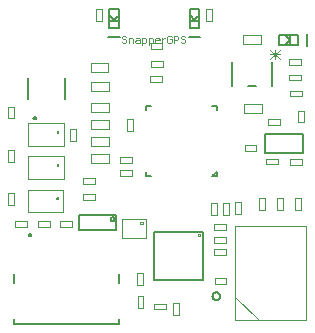
<source format=gbr>
G04 EAGLE Gerber RS-274X export*
G75*
%MOMM*%
%FSLAX34Y34*%
%LPD*%
%INSilkscreen Top*%
%IPPOS*%
%AMOC8*
5,1,8,0,0,1.08239X$1,22.5*%
G01*
%ADD10C,0.050800*%
%ADD11C,0.076200*%
%ADD12C,0.127000*%
%ADD13C,0.203200*%
%ADD14C,0.100000*%
%ADD15C,0.152400*%
%ADD16C,0.200000*%
%ADD17C,0.101600*%


D10*
X122817Y247500D02*
X121885Y248432D01*
X120020Y248432D01*
X119088Y247500D01*
X119088Y246568D01*
X120020Y245635D01*
X121885Y245635D01*
X122817Y244703D01*
X122817Y243771D01*
X121885Y242839D01*
X120020Y242839D01*
X119088Y243771D01*
X124701Y242839D02*
X124701Y246568D01*
X127498Y246568D01*
X128430Y245635D01*
X128430Y242839D01*
X131246Y246568D02*
X133111Y246568D01*
X134043Y245635D01*
X134043Y242839D01*
X131246Y242839D01*
X130314Y243771D01*
X131246Y244703D01*
X134043Y244703D01*
X135927Y246568D02*
X135927Y240975D01*
X135927Y246568D02*
X138724Y246568D01*
X139656Y245635D01*
X139656Y243771D01*
X138724Y242839D01*
X135927Y242839D01*
X141541Y240975D02*
X141541Y246568D01*
X144337Y246568D01*
X145269Y245635D01*
X145269Y243771D01*
X144337Y242839D01*
X141541Y242839D01*
X148086Y242839D02*
X149950Y242839D01*
X148086Y242839D02*
X147154Y243771D01*
X147154Y245635D01*
X148086Y246568D01*
X149950Y246568D01*
X150882Y245635D01*
X150882Y244703D01*
X147154Y244703D01*
X152767Y242839D02*
X152767Y246568D01*
X154631Y246568D02*
X152767Y244703D01*
X154631Y246568D02*
X155563Y246568D01*
X160241Y248432D02*
X161173Y247500D01*
X160241Y248432D02*
X158376Y248432D01*
X157444Y247500D01*
X157444Y243771D01*
X158376Y242839D01*
X160241Y242839D01*
X161173Y243771D01*
X161173Y245635D01*
X159309Y245635D01*
X163057Y242839D02*
X163057Y248432D01*
X165854Y248432D01*
X166786Y247500D01*
X166786Y245635D01*
X165854Y244703D01*
X163057Y244703D01*
X171467Y248432D02*
X172399Y247500D01*
X171467Y248432D02*
X169603Y248432D01*
X168671Y247500D01*
X168671Y246568D01*
X169603Y245635D01*
X171467Y245635D01*
X172399Y244703D01*
X172399Y243771D01*
X171467Y242839D01*
X169603Y242839D01*
X168671Y243771D01*
D11*
X215044Y108106D02*
X215044Y98106D01*
X215044Y108106D02*
X220044Y108106D01*
X220044Y98106D01*
X215044Y98106D01*
X108094Y169501D02*
X92894Y169501D01*
X92894Y177101D01*
X108094Y177101D01*
X108094Y169501D01*
X209900Y106995D02*
X209900Y96995D01*
X204900Y96995D01*
X204900Y106995D01*
X209900Y106995D01*
X153137Y209539D02*
X143137Y209539D01*
X143137Y214539D01*
X153137Y214539D01*
X153137Y209539D01*
X222792Y155958D02*
X232792Y155958D01*
X232792Y150958D01*
X222792Y150958D01*
X222792Y155958D01*
X108078Y183964D02*
X92878Y183964D01*
X92878Y191564D01*
X108078Y191564D01*
X108078Y183964D01*
X199740Y106995D02*
X199740Y96995D01*
X194740Y96995D01*
X194740Y106995D01*
X199740Y106995D01*
X128294Y168347D02*
X128294Y178347D01*
X128294Y168347D02*
X123294Y168347D01*
X123294Y178347D01*
X128294Y178347D01*
X108264Y155187D02*
X93064Y155187D01*
X93064Y162787D01*
X108264Y162787D01*
X108264Y155187D01*
X108179Y140959D02*
X92979Y140959D01*
X92979Y148559D01*
X108179Y148559D01*
X108179Y140959D01*
X241035Y144673D02*
X251035Y144673D01*
X251035Y139673D01*
X241035Y139673D01*
X241035Y144673D01*
X261199Y139633D02*
X271199Y139633D01*
X261199Y139633D02*
X261199Y144633D01*
X271199Y144633D01*
X271199Y139633D01*
D12*
X239986Y149437D02*
X239986Y165437D01*
X271986Y165437D01*
X271986Y149437D01*
X239986Y149437D01*
D13*
X199440Y129560D02*
X195456Y129560D01*
X199440Y129560D02*
X199440Y133544D01*
X143424Y129560D02*
X139440Y129560D01*
X139440Y133544D01*
X139440Y189560D02*
X143424Y189560D01*
X139440Y189560D02*
X139440Y185576D01*
X195456Y189560D02*
X199440Y189560D01*
X199440Y185576D01*
X199440Y133544D02*
X195456Y129560D01*
D12*
X109465Y93482D02*
X109467Y93561D01*
X109473Y93640D01*
X109483Y93719D01*
X109496Y93797D01*
X109514Y93874D01*
X109536Y93950D01*
X109561Y94025D01*
X109590Y94099D01*
X109622Y94171D01*
X109658Y94241D01*
X109698Y94310D01*
X109741Y94377D01*
X109787Y94441D01*
X109837Y94503D01*
X109889Y94562D01*
X109944Y94619D01*
X110002Y94673D01*
X110063Y94724D01*
X110126Y94771D01*
X110191Y94816D01*
X110259Y94857D01*
X110329Y94895D01*
X110400Y94929D01*
X110473Y94960D01*
X110547Y94987D01*
X110623Y95011D01*
X110700Y95030D01*
X110777Y95046D01*
X110856Y95058D01*
X110934Y95066D01*
X111013Y95070D01*
X111093Y95070D01*
X111172Y95066D01*
X111250Y95058D01*
X111329Y95046D01*
X111406Y95030D01*
X111483Y95011D01*
X111559Y94987D01*
X111633Y94960D01*
X111706Y94929D01*
X111777Y94895D01*
X111847Y94857D01*
X111915Y94816D01*
X111980Y94771D01*
X112043Y94724D01*
X112104Y94673D01*
X112162Y94619D01*
X112217Y94562D01*
X112269Y94503D01*
X112319Y94441D01*
X112365Y94377D01*
X112408Y94310D01*
X112448Y94241D01*
X112484Y94171D01*
X112516Y94099D01*
X112545Y94025D01*
X112570Y93950D01*
X112592Y93874D01*
X112610Y93797D01*
X112623Y93719D01*
X112633Y93640D01*
X112639Y93561D01*
X112641Y93482D01*
X112639Y93403D01*
X112633Y93324D01*
X112623Y93245D01*
X112610Y93167D01*
X112592Y93090D01*
X112570Y93014D01*
X112545Y92939D01*
X112516Y92865D01*
X112484Y92793D01*
X112448Y92723D01*
X112408Y92654D01*
X112365Y92587D01*
X112319Y92523D01*
X112269Y92461D01*
X112217Y92402D01*
X112162Y92345D01*
X112104Y92291D01*
X112043Y92240D01*
X111980Y92193D01*
X111915Y92148D01*
X111847Y92107D01*
X111777Y92069D01*
X111706Y92035D01*
X111633Y92004D01*
X111559Y91977D01*
X111483Y91953D01*
X111406Y91934D01*
X111329Y91918D01*
X111250Y91906D01*
X111172Y91898D01*
X111093Y91894D01*
X111013Y91894D01*
X110934Y91898D01*
X110856Y91906D01*
X110777Y91918D01*
X110700Y91934D01*
X110623Y91953D01*
X110547Y91977D01*
X110473Y92004D01*
X110400Y92035D01*
X110329Y92069D01*
X110259Y92107D01*
X110191Y92148D01*
X110126Y92193D01*
X110063Y92240D01*
X110002Y92291D01*
X109944Y92345D01*
X109889Y92402D01*
X109837Y92461D01*
X109787Y92523D01*
X109741Y92587D01*
X109698Y92654D01*
X109658Y92723D01*
X109622Y92793D01*
X109590Y92865D01*
X109561Y92939D01*
X109536Y93014D01*
X109514Y93090D01*
X109496Y93167D01*
X109483Y93245D01*
X109473Y93324D01*
X109467Y93403D01*
X109465Y93482D01*
X114228Y83957D02*
X82478Y83957D01*
X82478Y96657D01*
X114228Y96657D01*
X114228Y83957D01*
D11*
X197472Y38453D02*
X207472Y38453D01*
X197472Y38453D02*
X197472Y43453D01*
X207472Y43453D01*
X207472Y38453D01*
D14*
X183370Y79755D02*
X183372Y79818D01*
X183378Y79880D01*
X183388Y79942D01*
X183401Y80004D01*
X183419Y80064D01*
X183440Y80123D01*
X183465Y80181D01*
X183494Y80237D01*
X183526Y80291D01*
X183561Y80343D01*
X183599Y80392D01*
X183641Y80440D01*
X183685Y80484D01*
X183733Y80526D01*
X183782Y80564D01*
X183834Y80599D01*
X183888Y80631D01*
X183944Y80660D01*
X184002Y80685D01*
X184061Y80706D01*
X184121Y80724D01*
X184183Y80737D01*
X184245Y80747D01*
X184307Y80753D01*
X184370Y80755D01*
X184433Y80753D01*
X184495Y80747D01*
X184557Y80737D01*
X184619Y80724D01*
X184679Y80706D01*
X184738Y80685D01*
X184796Y80660D01*
X184852Y80631D01*
X184906Y80599D01*
X184958Y80564D01*
X185007Y80526D01*
X185055Y80484D01*
X185099Y80440D01*
X185141Y80392D01*
X185179Y80343D01*
X185214Y80291D01*
X185246Y80237D01*
X185275Y80181D01*
X185300Y80123D01*
X185321Y80064D01*
X185339Y80004D01*
X185352Y79942D01*
X185362Y79880D01*
X185368Y79818D01*
X185370Y79755D01*
X185368Y79692D01*
X185362Y79630D01*
X185352Y79568D01*
X185339Y79506D01*
X185321Y79446D01*
X185300Y79387D01*
X185275Y79329D01*
X185246Y79273D01*
X185214Y79219D01*
X185179Y79167D01*
X185141Y79118D01*
X185099Y79070D01*
X185055Y79026D01*
X185007Y78984D01*
X184958Y78946D01*
X184906Y78911D01*
X184852Y78879D01*
X184796Y78850D01*
X184738Y78825D01*
X184679Y78804D01*
X184619Y78786D01*
X184557Y78773D01*
X184495Y78763D01*
X184433Y78757D01*
X184370Y78755D01*
X184307Y78757D01*
X184245Y78763D01*
X184183Y78773D01*
X184121Y78786D01*
X184061Y78804D01*
X184002Y78825D01*
X183944Y78850D01*
X183888Y78879D01*
X183834Y78911D01*
X183782Y78946D01*
X183733Y78984D01*
X183685Y79026D01*
X183641Y79070D01*
X183599Y79118D01*
X183561Y79167D01*
X183526Y79219D01*
X183494Y79273D01*
X183465Y79329D01*
X183440Y79387D01*
X183419Y79446D01*
X183401Y79506D01*
X183388Y79568D01*
X183378Y79630D01*
X183372Y79692D01*
X183370Y79755D01*
D15*
X146570Y82905D02*
X146570Y41905D01*
X187570Y41905D01*
X187570Y82905D01*
X146570Y82905D01*
D11*
X137264Y28504D02*
X137264Y18504D01*
X132264Y18504D01*
X132264Y28504D01*
X137264Y28504D01*
X167069Y22364D02*
X167069Y12364D01*
X162069Y12364D01*
X162069Y22364D01*
X167069Y22364D01*
X156243Y16982D02*
X146243Y16982D01*
X146243Y21982D01*
X156243Y21982D01*
X156243Y16982D01*
X137185Y37466D02*
X137185Y47466D01*
X137185Y37466D02*
X132185Y37466D01*
X132185Y47466D01*
X137185Y47466D01*
X196900Y73240D02*
X206900Y73240D01*
X196900Y73240D02*
X196900Y78240D01*
X206900Y78240D01*
X206900Y73240D01*
X206900Y63080D02*
X196900Y63080D01*
X196900Y68080D01*
X206900Y68080D01*
X206900Y63080D01*
X206900Y84480D02*
X196900Y84480D01*
X196900Y89480D01*
X206900Y89480D01*
X206900Y84480D01*
X139188Y77589D02*
X119188Y77589D01*
X119188Y93589D01*
X139188Y93589D01*
X139188Y77589D01*
X134584Y90089D02*
X134586Y90158D01*
X134592Y90226D01*
X134602Y90294D01*
X134615Y90362D01*
X134633Y90428D01*
X134654Y90494D01*
X134679Y90558D01*
X134708Y90620D01*
X134740Y90681D01*
X134775Y90740D01*
X134814Y90797D01*
X134856Y90851D01*
X134901Y90903D01*
X134949Y90952D01*
X135000Y90999D01*
X135053Y91042D01*
X135108Y91083D01*
X135166Y91120D01*
X135226Y91154D01*
X135288Y91184D01*
X135351Y91211D01*
X135416Y91234D01*
X135482Y91253D01*
X135549Y91269D01*
X135617Y91281D01*
X135685Y91289D01*
X135754Y91293D01*
X135822Y91293D01*
X135891Y91289D01*
X135959Y91281D01*
X136027Y91269D01*
X136094Y91253D01*
X136160Y91234D01*
X136225Y91211D01*
X136288Y91184D01*
X136350Y91154D01*
X136410Y91120D01*
X136468Y91083D01*
X136523Y91042D01*
X136576Y90999D01*
X136627Y90952D01*
X136675Y90903D01*
X136720Y90851D01*
X136762Y90797D01*
X136801Y90740D01*
X136836Y90681D01*
X136868Y90620D01*
X136897Y90558D01*
X136922Y90494D01*
X136943Y90428D01*
X136961Y90362D01*
X136974Y90294D01*
X136984Y90226D01*
X136990Y90158D01*
X136992Y90089D01*
X136990Y90020D01*
X136984Y89952D01*
X136974Y89884D01*
X136961Y89816D01*
X136943Y89750D01*
X136922Y89684D01*
X136897Y89620D01*
X136868Y89558D01*
X136836Y89497D01*
X136801Y89438D01*
X136762Y89381D01*
X136720Y89327D01*
X136675Y89275D01*
X136627Y89226D01*
X136576Y89179D01*
X136523Y89136D01*
X136468Y89095D01*
X136410Y89058D01*
X136350Y89024D01*
X136288Y88994D01*
X136225Y88967D01*
X136160Y88944D01*
X136094Y88925D01*
X136027Y88909D01*
X135959Y88897D01*
X135891Y88889D01*
X135822Y88885D01*
X135754Y88885D01*
X135685Y88889D01*
X135617Y88897D01*
X135549Y88909D01*
X135482Y88925D01*
X135416Y88944D01*
X135351Y88967D01*
X135288Y88994D01*
X135226Y89024D01*
X135166Y89058D01*
X135108Y89095D01*
X135053Y89136D01*
X135000Y89179D01*
X134949Y89226D01*
X134901Y89275D01*
X134856Y89327D01*
X134814Y89381D01*
X134775Y89438D01*
X134740Y89497D01*
X134708Y89558D01*
X134679Y89620D01*
X134654Y89684D01*
X134633Y89750D01*
X134615Y89816D01*
X134602Y89884D01*
X134592Y89952D01*
X134586Y90020D01*
X134584Y90089D01*
X240150Y101260D02*
X240150Y111260D01*
X240150Y101260D02*
X235150Y101260D01*
X235150Y111260D01*
X240150Y111260D01*
X255390Y111260D02*
X255390Y101260D01*
X250390Y101260D01*
X250390Y111260D01*
X255390Y111260D01*
X270630Y111260D02*
X270630Y101260D01*
X265630Y101260D01*
X265630Y111260D01*
X270630Y111260D01*
X22676Y115244D02*
X22676Y105244D01*
X22676Y115244D02*
X27676Y115244D01*
X27676Y105244D01*
X22676Y105244D01*
X268183Y175254D02*
X268183Y185254D01*
X273183Y185254D01*
X273183Y175254D01*
X268183Y175254D01*
D14*
X215080Y27640D02*
X215080Y7640D01*
X215080Y27640D02*
X215080Y87640D01*
X275080Y87640D01*
X275080Y7640D01*
X235080Y7640D01*
X215080Y7640D01*
X235080Y7640D02*
X215080Y27640D01*
D12*
X117044Y247568D02*
X107519Y247568D01*
X112281Y261855D02*
X115456Y265030D01*
X112281Y261855D02*
X109106Y265030D01*
D15*
X116281Y261443D02*
X116281Y271443D01*
X116281Y261443D02*
X116281Y255443D01*
X108281Y255443D01*
X108281Y271443D02*
X116281Y271443D01*
X108281Y271443D02*
X108281Y261443D01*
X108281Y255443D01*
X108281Y261443D02*
X116281Y261443D01*
D12*
X175534Y247658D02*
X185059Y247658D01*
X180296Y261945D02*
X183471Y265120D01*
X180296Y261945D02*
X177121Y265120D01*
D15*
X184296Y261533D02*
X184296Y271533D01*
X184296Y261533D02*
X184296Y255533D01*
X176296Y255533D01*
X176296Y271533D02*
X184296Y271533D01*
X176296Y271533D02*
X176296Y261533D01*
X176296Y255533D01*
X176296Y261533D02*
X184296Y261533D01*
D11*
X127549Y140813D02*
X117549Y140813D01*
X117549Y145813D01*
X127549Y145813D01*
X127549Y140813D01*
X127662Y130293D02*
X117662Y130293D01*
X117662Y135293D01*
X127662Y135293D01*
X127662Y130293D01*
X96470Y114590D02*
X86470Y114590D01*
X96470Y114590D02*
X96470Y109590D01*
X86470Y109590D01*
X86470Y114590D01*
X86216Y123238D02*
X96216Y123238D01*
X86216Y123238D02*
X86216Y128238D01*
X96216Y128238D01*
X96216Y123238D01*
X27515Y178704D02*
X27515Y188704D01*
X27515Y178704D02*
X22515Y178704D01*
X22515Y188704D01*
X27515Y188704D01*
X27676Y152074D02*
X27676Y142074D01*
X22676Y142074D01*
X22676Y152074D01*
X27676Y152074D01*
X74746Y159600D02*
X74746Y169600D01*
X79746Y169600D01*
X79746Y159600D01*
X74746Y159600D01*
X97081Y261162D02*
X97081Y271162D01*
X102081Y271162D01*
X102081Y261162D01*
X97081Y261162D01*
X190496Y261263D02*
X190496Y271263D01*
X195496Y271263D01*
X195496Y261263D01*
X190496Y261263D01*
X76888Y87137D02*
X66888Y87137D01*
X66888Y92137D01*
X76888Y92137D01*
X76888Y87137D01*
X143256Y242655D02*
X153256Y242655D01*
X153256Y237655D01*
X143256Y237655D01*
X143256Y242655D01*
X261130Y202316D02*
X271130Y202316D01*
X271130Y197316D01*
X261130Y197316D01*
X261130Y202316D01*
X153397Y222500D02*
X143397Y222500D01*
X143397Y227500D01*
X153397Y227500D01*
X153397Y222500D01*
X242786Y178076D02*
X252786Y178076D01*
X252786Y173076D01*
X242786Y173076D01*
X242786Y178076D01*
X38479Y87030D02*
X28479Y87030D01*
X28479Y92030D01*
X38479Y92030D01*
X38479Y87030D01*
X47838Y92040D02*
X57838Y92040D01*
X57838Y87040D01*
X47838Y87040D01*
X47838Y92040D01*
D12*
X116660Y46814D02*
X116660Y39164D01*
X116660Y8564D02*
X116660Y4364D01*
X27260Y4364D01*
X27260Y8564D01*
X27260Y39164D02*
X27260Y46814D01*
D16*
X39960Y79864D02*
X39962Y79927D01*
X39968Y79989D01*
X39978Y80051D01*
X39991Y80113D01*
X40009Y80173D01*
X40030Y80232D01*
X40055Y80290D01*
X40084Y80346D01*
X40116Y80400D01*
X40151Y80452D01*
X40189Y80501D01*
X40231Y80549D01*
X40275Y80593D01*
X40323Y80635D01*
X40372Y80673D01*
X40424Y80708D01*
X40478Y80740D01*
X40534Y80769D01*
X40592Y80794D01*
X40651Y80815D01*
X40711Y80833D01*
X40773Y80846D01*
X40835Y80856D01*
X40897Y80862D01*
X40960Y80864D01*
X41023Y80862D01*
X41085Y80856D01*
X41147Y80846D01*
X41209Y80833D01*
X41269Y80815D01*
X41328Y80794D01*
X41386Y80769D01*
X41442Y80740D01*
X41496Y80708D01*
X41548Y80673D01*
X41597Y80635D01*
X41645Y80593D01*
X41689Y80549D01*
X41731Y80501D01*
X41769Y80452D01*
X41804Y80400D01*
X41836Y80346D01*
X41865Y80290D01*
X41890Y80232D01*
X41911Y80173D01*
X41929Y80113D01*
X41942Y80051D01*
X41952Y79989D01*
X41958Y79927D01*
X41960Y79864D01*
X41958Y79801D01*
X41952Y79739D01*
X41942Y79677D01*
X41929Y79615D01*
X41911Y79555D01*
X41890Y79496D01*
X41865Y79438D01*
X41836Y79382D01*
X41804Y79328D01*
X41769Y79276D01*
X41731Y79227D01*
X41689Y79179D01*
X41645Y79135D01*
X41597Y79093D01*
X41548Y79055D01*
X41496Y79020D01*
X41442Y78988D01*
X41386Y78959D01*
X41328Y78934D01*
X41269Y78913D01*
X41209Y78895D01*
X41147Y78882D01*
X41085Y78872D01*
X41023Y78866D01*
X40960Y78864D01*
X40897Y78866D01*
X40835Y78872D01*
X40773Y78882D01*
X40711Y78895D01*
X40651Y78913D01*
X40592Y78934D01*
X40534Y78959D01*
X40478Y78988D01*
X40424Y79020D01*
X40372Y79055D01*
X40323Y79093D01*
X40275Y79135D01*
X40231Y79179D01*
X40189Y79227D01*
X40151Y79276D01*
X40116Y79328D01*
X40084Y79382D01*
X40055Y79438D01*
X40030Y79496D01*
X40009Y79555D01*
X39991Y79615D01*
X39978Y79677D01*
X39968Y79739D01*
X39962Y79801D01*
X39960Y79864D01*
D17*
X63379Y111174D02*
X63381Y111227D01*
X63387Y111279D01*
X63397Y111331D01*
X63410Y111382D01*
X63428Y111432D01*
X63449Y111481D01*
X63474Y111528D01*
X63502Y111572D01*
X63533Y111615D01*
X63568Y111655D01*
X63605Y111692D01*
X63645Y111727D01*
X63688Y111758D01*
X63733Y111786D01*
X63779Y111811D01*
X63828Y111832D01*
X63878Y111850D01*
X63929Y111863D01*
X63981Y111873D01*
X64033Y111879D01*
X64086Y111881D01*
X64139Y111879D01*
X64191Y111873D01*
X64243Y111863D01*
X64294Y111850D01*
X64344Y111832D01*
X64393Y111811D01*
X64440Y111786D01*
X64484Y111758D01*
X64527Y111727D01*
X64567Y111692D01*
X64604Y111655D01*
X64639Y111615D01*
X64670Y111572D01*
X64698Y111527D01*
X64723Y111481D01*
X64744Y111432D01*
X64762Y111382D01*
X64775Y111331D01*
X64785Y111279D01*
X64791Y111227D01*
X64793Y111174D01*
X64791Y111121D01*
X64785Y111069D01*
X64775Y111017D01*
X64762Y110966D01*
X64744Y110916D01*
X64723Y110867D01*
X64698Y110820D01*
X64670Y110776D01*
X64639Y110733D01*
X64604Y110693D01*
X64567Y110656D01*
X64527Y110621D01*
X64484Y110590D01*
X64439Y110562D01*
X64393Y110537D01*
X64344Y110516D01*
X64294Y110498D01*
X64243Y110485D01*
X64191Y110475D01*
X64139Y110469D01*
X64086Y110467D01*
X64033Y110469D01*
X63981Y110475D01*
X63929Y110485D01*
X63878Y110498D01*
X63828Y110516D01*
X63779Y110537D01*
X63732Y110562D01*
X63688Y110590D01*
X63645Y110621D01*
X63605Y110656D01*
X63568Y110693D01*
X63533Y110733D01*
X63502Y110776D01*
X63474Y110821D01*
X63449Y110867D01*
X63428Y110916D01*
X63410Y110966D01*
X63397Y111017D01*
X63387Y111069D01*
X63381Y111121D01*
X63379Y111174D01*
X69386Y99474D02*
X39386Y99474D01*
X39386Y118474D01*
X69386Y118474D02*
X69386Y99474D01*
X69386Y118474D02*
X39386Y118474D01*
D12*
X195664Y28284D02*
X195666Y28399D01*
X195672Y28513D01*
X195682Y28627D01*
X195696Y28741D01*
X195714Y28854D01*
X195735Y28967D01*
X195761Y29079D01*
X195791Y29189D01*
X195824Y29299D01*
X195861Y29407D01*
X195902Y29514D01*
X195946Y29620D01*
X195995Y29724D01*
X196046Y29826D01*
X196102Y29927D01*
X196160Y30025D01*
X196222Y30121D01*
X196288Y30216D01*
X196357Y30307D01*
X196428Y30397D01*
X196503Y30484D01*
X196581Y30568D01*
X196662Y30649D01*
X196745Y30728D01*
X196831Y30803D01*
X196920Y30876D01*
X197011Y30945D01*
X197105Y31011D01*
X197201Y31074D01*
X197298Y31134D01*
X197398Y31190D01*
X197500Y31243D01*
X197604Y31292D01*
X197709Y31337D01*
X197816Y31379D01*
X197924Y31417D01*
X198033Y31452D01*
X198144Y31482D01*
X198255Y31509D01*
X198368Y31531D01*
X198481Y31550D01*
X198594Y31565D01*
X198708Y31576D01*
X198823Y31583D01*
X198937Y31586D01*
X199052Y31585D01*
X199166Y31580D01*
X199281Y31571D01*
X199395Y31558D01*
X199508Y31541D01*
X199621Y31520D01*
X199733Y31496D01*
X199844Y31467D01*
X199954Y31435D01*
X200062Y31399D01*
X200170Y31359D01*
X200276Y31315D01*
X200380Y31268D01*
X200483Y31217D01*
X200584Y31163D01*
X200683Y31105D01*
X200780Y31043D01*
X200874Y30979D01*
X200967Y30911D01*
X201057Y30840D01*
X201144Y30766D01*
X201229Y30689D01*
X201311Y30609D01*
X201390Y30526D01*
X201467Y30440D01*
X201540Y30352D01*
X201610Y30262D01*
X201677Y30169D01*
X201741Y30074D01*
X201801Y29976D01*
X201858Y29877D01*
X201912Y29775D01*
X201962Y29672D01*
X202008Y29567D01*
X202051Y29461D01*
X202090Y29353D01*
X202125Y29244D01*
X202157Y29134D01*
X202184Y29023D01*
X202208Y28911D01*
X202228Y28798D01*
X202244Y28684D01*
X202256Y28570D01*
X202264Y28456D01*
X202268Y28341D01*
X202268Y28227D01*
X202264Y28112D01*
X202256Y27998D01*
X202244Y27884D01*
X202228Y27770D01*
X202208Y27657D01*
X202184Y27545D01*
X202157Y27434D01*
X202125Y27324D01*
X202090Y27215D01*
X202051Y27107D01*
X202008Y27001D01*
X201962Y26896D01*
X201912Y26793D01*
X201858Y26691D01*
X201801Y26592D01*
X201741Y26494D01*
X201677Y26399D01*
X201610Y26306D01*
X201540Y26216D01*
X201467Y26128D01*
X201390Y26042D01*
X201311Y25959D01*
X201229Y25879D01*
X201144Y25802D01*
X201057Y25728D01*
X200967Y25657D01*
X200874Y25589D01*
X200780Y25525D01*
X200683Y25463D01*
X200584Y25405D01*
X200483Y25351D01*
X200380Y25300D01*
X200276Y25253D01*
X200170Y25209D01*
X200062Y25169D01*
X199954Y25133D01*
X199844Y25101D01*
X199733Y25072D01*
X199621Y25048D01*
X199508Y25027D01*
X199395Y25010D01*
X199281Y24997D01*
X199166Y24988D01*
X199052Y24983D01*
X198937Y24982D01*
X198823Y24985D01*
X198708Y24992D01*
X198594Y25003D01*
X198481Y25018D01*
X198368Y25037D01*
X198255Y25059D01*
X198144Y25086D01*
X198033Y25116D01*
X197924Y25151D01*
X197816Y25189D01*
X197709Y25231D01*
X197604Y25276D01*
X197500Y25325D01*
X197398Y25378D01*
X197298Y25434D01*
X197201Y25494D01*
X197105Y25557D01*
X197011Y25623D01*
X196920Y25692D01*
X196831Y25765D01*
X196745Y25840D01*
X196662Y25919D01*
X196581Y26000D01*
X196503Y26084D01*
X196428Y26171D01*
X196357Y26261D01*
X196288Y26352D01*
X196222Y26447D01*
X196160Y26543D01*
X196102Y26641D01*
X196046Y26742D01*
X195995Y26844D01*
X195946Y26948D01*
X195902Y27054D01*
X195861Y27161D01*
X195824Y27269D01*
X195791Y27379D01*
X195761Y27489D01*
X195735Y27601D01*
X195714Y27714D01*
X195696Y27827D01*
X195682Y27941D01*
X195672Y28055D01*
X195666Y28169D01*
X195664Y28284D01*
D17*
X63633Y139368D02*
X63635Y139421D01*
X63641Y139473D01*
X63651Y139525D01*
X63664Y139576D01*
X63682Y139626D01*
X63703Y139675D01*
X63728Y139722D01*
X63756Y139766D01*
X63787Y139809D01*
X63822Y139849D01*
X63859Y139886D01*
X63899Y139921D01*
X63942Y139952D01*
X63987Y139980D01*
X64033Y140005D01*
X64082Y140026D01*
X64132Y140044D01*
X64183Y140057D01*
X64235Y140067D01*
X64287Y140073D01*
X64340Y140075D01*
X64393Y140073D01*
X64445Y140067D01*
X64497Y140057D01*
X64548Y140044D01*
X64598Y140026D01*
X64647Y140005D01*
X64694Y139980D01*
X64738Y139952D01*
X64781Y139921D01*
X64821Y139886D01*
X64858Y139849D01*
X64893Y139809D01*
X64924Y139766D01*
X64952Y139721D01*
X64977Y139675D01*
X64998Y139626D01*
X65016Y139576D01*
X65029Y139525D01*
X65039Y139473D01*
X65045Y139421D01*
X65047Y139368D01*
X65045Y139315D01*
X65039Y139263D01*
X65029Y139211D01*
X65016Y139160D01*
X64998Y139110D01*
X64977Y139061D01*
X64952Y139014D01*
X64924Y138970D01*
X64893Y138927D01*
X64858Y138887D01*
X64821Y138850D01*
X64781Y138815D01*
X64738Y138784D01*
X64693Y138756D01*
X64647Y138731D01*
X64598Y138710D01*
X64548Y138692D01*
X64497Y138679D01*
X64445Y138669D01*
X64393Y138663D01*
X64340Y138661D01*
X64287Y138663D01*
X64235Y138669D01*
X64183Y138679D01*
X64132Y138692D01*
X64082Y138710D01*
X64033Y138731D01*
X63986Y138756D01*
X63942Y138784D01*
X63899Y138815D01*
X63859Y138850D01*
X63822Y138887D01*
X63787Y138927D01*
X63756Y138970D01*
X63728Y139015D01*
X63703Y139061D01*
X63682Y139110D01*
X63664Y139160D01*
X63651Y139211D01*
X63641Y139263D01*
X63635Y139315D01*
X63633Y139368D01*
X69640Y127668D02*
X39640Y127668D01*
X39640Y146668D01*
X69640Y146668D02*
X69640Y127668D01*
X69640Y146668D02*
X39640Y146668D01*
X63633Y167308D02*
X63635Y167361D01*
X63641Y167413D01*
X63651Y167465D01*
X63664Y167516D01*
X63682Y167566D01*
X63703Y167615D01*
X63728Y167662D01*
X63756Y167706D01*
X63787Y167749D01*
X63822Y167789D01*
X63859Y167826D01*
X63899Y167861D01*
X63942Y167892D01*
X63987Y167920D01*
X64033Y167945D01*
X64082Y167966D01*
X64132Y167984D01*
X64183Y167997D01*
X64235Y168007D01*
X64287Y168013D01*
X64340Y168015D01*
X64393Y168013D01*
X64445Y168007D01*
X64497Y167997D01*
X64548Y167984D01*
X64598Y167966D01*
X64647Y167945D01*
X64694Y167920D01*
X64738Y167892D01*
X64781Y167861D01*
X64821Y167826D01*
X64858Y167789D01*
X64893Y167749D01*
X64924Y167706D01*
X64952Y167661D01*
X64977Y167615D01*
X64998Y167566D01*
X65016Y167516D01*
X65029Y167465D01*
X65039Y167413D01*
X65045Y167361D01*
X65047Y167308D01*
X65045Y167255D01*
X65039Y167203D01*
X65029Y167151D01*
X65016Y167100D01*
X64998Y167050D01*
X64977Y167001D01*
X64952Y166954D01*
X64924Y166910D01*
X64893Y166867D01*
X64858Y166827D01*
X64821Y166790D01*
X64781Y166755D01*
X64738Y166724D01*
X64693Y166696D01*
X64647Y166671D01*
X64598Y166650D01*
X64548Y166632D01*
X64497Y166619D01*
X64445Y166609D01*
X64393Y166603D01*
X64340Y166601D01*
X64287Y166603D01*
X64235Y166609D01*
X64183Y166619D01*
X64132Y166632D01*
X64082Y166650D01*
X64033Y166671D01*
X63986Y166696D01*
X63942Y166724D01*
X63899Y166755D01*
X63859Y166790D01*
X63822Y166827D01*
X63787Y166867D01*
X63756Y166910D01*
X63728Y166955D01*
X63703Y167001D01*
X63682Y167050D01*
X63664Y167100D01*
X63651Y167151D01*
X63641Y167203D01*
X63635Y167255D01*
X63633Y167308D01*
X69640Y155608D02*
X39640Y155608D01*
X39640Y174608D01*
X69640Y174608D02*
X69640Y155608D01*
X69640Y174608D02*
X39640Y174608D01*
D11*
X92640Y209214D02*
X107840Y209214D01*
X107840Y201614D01*
X92640Y201614D01*
X92640Y209214D01*
X92420Y225449D02*
X107620Y225449D01*
X107620Y217849D01*
X92420Y217849D01*
X92420Y225449D01*
D12*
X39426Y212766D02*
X39426Y195166D01*
X70826Y195166D02*
X70826Y212766D01*
D16*
X44126Y178966D02*
X44128Y179029D01*
X44134Y179091D01*
X44144Y179153D01*
X44157Y179215D01*
X44175Y179275D01*
X44196Y179334D01*
X44221Y179392D01*
X44250Y179448D01*
X44282Y179502D01*
X44317Y179554D01*
X44355Y179603D01*
X44397Y179651D01*
X44441Y179695D01*
X44489Y179737D01*
X44538Y179775D01*
X44590Y179810D01*
X44644Y179842D01*
X44700Y179871D01*
X44758Y179896D01*
X44817Y179917D01*
X44877Y179935D01*
X44939Y179948D01*
X45001Y179958D01*
X45063Y179964D01*
X45126Y179966D01*
X45189Y179964D01*
X45251Y179958D01*
X45313Y179948D01*
X45375Y179935D01*
X45435Y179917D01*
X45494Y179896D01*
X45552Y179871D01*
X45608Y179842D01*
X45662Y179810D01*
X45714Y179775D01*
X45763Y179737D01*
X45811Y179695D01*
X45855Y179651D01*
X45897Y179603D01*
X45935Y179554D01*
X45970Y179502D01*
X46002Y179448D01*
X46031Y179392D01*
X46056Y179334D01*
X46077Y179275D01*
X46095Y179215D01*
X46108Y179153D01*
X46118Y179091D01*
X46124Y179029D01*
X46126Y178966D01*
X46124Y178903D01*
X46118Y178841D01*
X46108Y178779D01*
X46095Y178717D01*
X46077Y178657D01*
X46056Y178598D01*
X46031Y178540D01*
X46002Y178484D01*
X45970Y178430D01*
X45935Y178378D01*
X45897Y178329D01*
X45855Y178281D01*
X45811Y178237D01*
X45763Y178195D01*
X45714Y178157D01*
X45662Y178122D01*
X45608Y178090D01*
X45552Y178061D01*
X45494Y178036D01*
X45435Y178015D01*
X45375Y177997D01*
X45313Y177984D01*
X45251Y177974D01*
X45189Y177968D01*
X45126Y177966D01*
X45063Y177968D01*
X45001Y177974D01*
X44939Y177984D01*
X44877Y177997D01*
X44817Y178015D01*
X44758Y178036D01*
X44700Y178061D01*
X44644Y178090D01*
X44590Y178122D01*
X44538Y178157D01*
X44489Y178195D01*
X44441Y178237D01*
X44397Y178281D01*
X44355Y178329D01*
X44317Y178378D01*
X44282Y178430D01*
X44250Y178484D01*
X44221Y178540D01*
X44196Y178598D01*
X44175Y178657D01*
X44157Y178717D01*
X44144Y178779D01*
X44134Y178841D01*
X44128Y178903D01*
X44126Y178966D01*
D15*
X212342Y205821D02*
X212342Y226141D01*
X225550Y205821D02*
X232662Y205821D01*
X245870Y205821D02*
X245870Y226141D01*
D11*
X244686Y228971D02*
X252652Y236936D01*
X252652Y228971D02*
X244686Y236936D01*
X248669Y236936D02*
X248669Y228971D01*
X244686Y232953D02*
X252652Y232953D01*
X260664Y223827D02*
X270664Y223827D01*
X260664Y223827D02*
X260664Y228827D01*
X270664Y228827D01*
X270664Y223827D01*
D12*
X275560Y240233D02*
X275560Y249758D01*
X261272Y244995D02*
X258097Y248170D01*
X261272Y244995D02*
X258097Y241820D01*
D15*
X261685Y248995D02*
X251685Y248995D01*
X261685Y248995D02*
X267685Y248995D01*
X267685Y240995D01*
X251685Y240995D02*
X251685Y248995D01*
X251685Y240995D02*
X261685Y240995D01*
X267685Y240995D01*
X261685Y240995D02*
X261685Y248995D01*
D11*
X236716Y249399D02*
X221516Y249399D01*
X236716Y249399D02*
X236716Y241799D01*
X221516Y241799D01*
X221516Y249399D01*
X222013Y191067D02*
X237213Y191067D01*
X237213Y183467D01*
X222013Y183467D01*
X222013Y191067D01*
X260848Y210847D02*
X270848Y210847D01*
X260848Y210847D02*
X260848Y215847D01*
X270848Y215847D01*
X270848Y210847D01*
M02*

</source>
